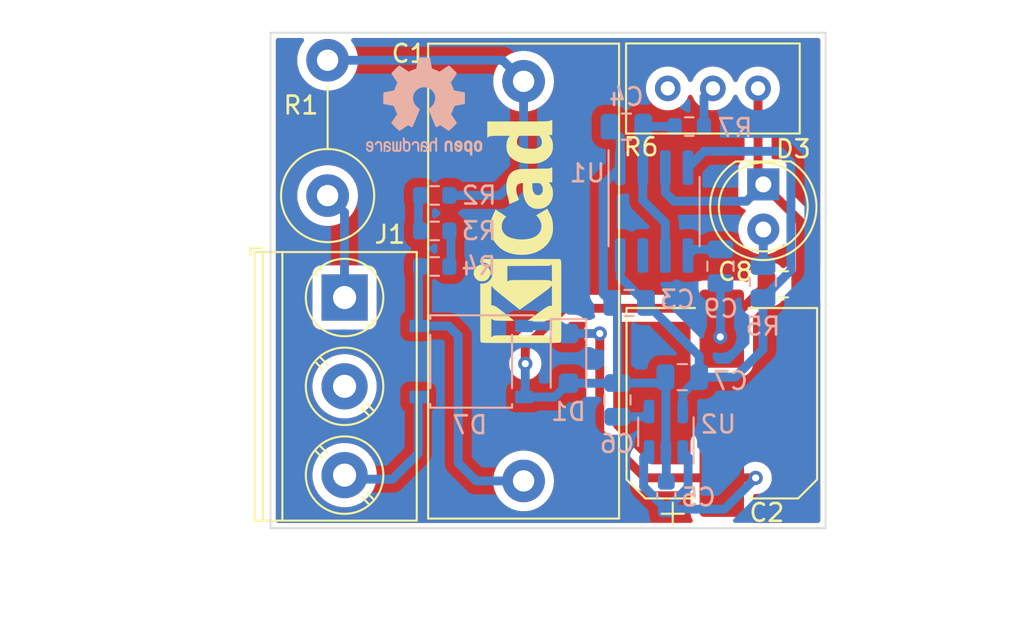
<source format=kicad_pcb>
(kicad_pcb (version 20240108) (generator "pcbnew") (generator_version "8.0")
  (title_block (title "AC IR emitter") (date "2023-10-16") (comment 4 "AISLER Project ID: JRNHJFBC"))
  (layers (0 "F.Cu" mixed) (31 "B.Cu" mixed) (34 "B.Paste" user) (35 "F.Paste" user) (36 "B.SilkS" user "B.Silkscreen") (37 "F.SilkS" user "F.Silkscreen") (38 "B.Mask" user) (39 "F.Mask" user) (44 "Edge.Cuts" user))
  (net 0 "")
  (net 1 "Net-(C1-Pad1)")
  (net 2 "GND")
  (net 3 "Net-(D3-A)")
  (net 4 "Net-(R2-Pad2)")
  (net 5 "Net-(R3-Pad2)")
  (net 6 "/N")
  (net 7 "/L")
  (net 9 "Net-(U1-THR)")
  (net 10 "Net-(D3-K)")
  (net 11 "+5VA")
  (net 12 "Net-(U1-CV)")
  (net 13 "+5V")
  (net 14 "Net-(U2-BP)")
  (net 15 "Net-(R6-Pad2)")
  (net 17 "Net-(C1-Pad2)")
  (footprint "TerminalBlock_Phoenix:TerminalBlock_Phoenix_PT-1,5-3-5.0-H_1x03_P5.00mm_Horizontal" (layer "F.Cu") (at 68.91 36.12 -90)
    (property "Reference" "J1" (at -3.55 -2.55 180) (layer "F.SilkS"))
    (property "Value" "1935174")
    (pad "1" thru_hole rect (at 0 0 270) (size 2.6 2.6) (drill 1.3) (layers "*.Cu" "*.Mask") (net 7 "/L"))
    (pad "2" thru_hole circle (at 5 0 270) (size 2.6 2.6) (drill 1.3) (layers "*.Cu" "*.Mask"))
    (pad "3" thru_hole circle (at 10 0 270) (size 2.6 2.6) (drill 1.3) (layers "*.Cu" "*.Mask") (net 6 "/N"))
  )
  (footprint "Resistor_THT:R_Axial_DIN0516_L15.5mm_D5.0mm_P7.62mm_Vertical" (layer "F.Cu") (at 67.95629 30.38129 90)
    (property "Reference" "R1" (at 5.085 -1.5 180) (layer "F.SilkS"))
    (property "Value" "100")
    (pad "1" thru_hole circle (at 0 0 90) (size 2.4 2.4) (drill 1.2) (layers "*.Cu" "*.Mask") (net 7 "/L"))
    (pad "2" thru_hole oval (at 7.62 0 90) (size 2.4 2.4) (drill 1.2) (layers "*.Cu" "*.Mask") (net 1 "Net-(C1-Pad1)"))
  )
  (footprint "Capacitor_THT:C_Rect_L26.5mm_W10.5mm_P22.50mm_MKS4" (layer "F.Cu") (at 78.98129 23.94629 -90)
    (property "Reference" "C1" (at -1.56 6.445 0) (layer "F.SilkS"))
    (property "Value" "1u")
    (pad "1" thru_hole circle (at 0 0 270) (size 2.4 2.4) (drill 1.2) (layers "*.Cu" "*.Mask") (net 1 "Net-(C1-Pad1)"))
    (pad "2" thru_hole circle (at 22.5 0 270) (size 2.4 2.4) (drill 1.2) (layers "*.Cu" "*.Mask") (net 17 "Net-(C1-Pad2)"))
  )
  (footprint "Symbol:KiCad-Logo_5mm_SilkScreen" (layer "F.Cu") (at 79.15629 32.39629 90)
    (property "Reference" "REF**" (hide yes))
    (property "Value" "KiCad-Logo_5mm_SilkScreen" (hide yes))
  )
  (footprint "Capacitor_SMD:C_0805_2012Metric" (layer "F.Cu") (at 93.59629 35.37629 180)
    (property "Reference" "C8" (at 2.71 0.71 0) (layer "F.SilkS"))
    (property "Value" "10nF")
    (pad "1" smd roundrect (at -0.95 0 180) (size 1 1.45) (layers "F.Cu" "F.Paste" "F.Mask") (net 10 "Net-(D3-K)"))
    (pad "2" smd roundrect (at 0.95 0 180) (size 1 1.45) (layers "F.Cu" "F.Paste" "F.Mask") (net 2 "GND"))
  )
  (footprint "Potentiometer_THT:Potentiometer_Bourns_3296W_Vertical" (layer "F.Cu") (at 92.17129 24.34629)
    (property "Reference" "R6" (at -6.585 3.3 0) (layer "F.SilkS"))
    (property "Value" "5k")
    (pad "1" thru_hole circle (at 0 0) (size 1.44 1.44) (drill 0.8) (layers "*.Cu" "*.Mask") (net 10 "Net-(D3-K)"))
    (pad "2" thru_hole circle (at -2.54 0) (size 1.44 1.44) (drill 0.8) (layers "*.Cu" "*.Mask") (net 15 "Net-(R6-Pad2)"))
    (pad "3" thru_hole circle (at -5.08 0) (size 1.44 1.44) (drill 0.8) (layers "*.Cu" "*.Mask"))
  )
  (footprint "Capacitor_SMD:CP_Elec_10x12.5" (layer "F.Cu") (at 90.13129 42.07129 90)
    (property "Reference" "C2" (at -6.165 2.535 0) (layer "F.SilkS"))
    (property "Value" "68u")
    (pad "1" smd roundrect (at -4.2 0 90) (size 4.4 2.5) (layers "F.Cu" "F.Paste" "F.Mask") (roundrect_rratio 0.1) (net 11 "+5VA"))
    (pad "2" smd roundrect (at 4.2 0 90) (size 4.4 2.5) (layers "F.Cu" "F.Paste" "F.Mask") (roundrect_rratio 0.1) (net 2 "GND"))
  )
  (footprint "LED_THT:LED_D5.0mm" (layer "F.Cu") (at 92.46629 29.75129 -90)
    (property "Reference" "D3" (at -1.995 -1.69 0) (layer "F.SilkS"))
    (property "Value" "IR 5mm 65mA")
    (pad "1" thru_hole rect (at 0 0 270) (size 1.8 1.8) (drill 0.9) (layers "*.Cu" "*.Mask") (net 10 "Net-(D3-K)"))
    (pad "2" thru_hole circle (at 2.54 0 270) (size 1.8 1.8) (drill 0.9) (layers "*.Cu" "*.Mask") (net 3 "Net-(D3-A)"))
  )
  (footprint "Capacitor_SMD:C_0603_1608Metric" (layer "B.Cu") (at 87.01 47.263471 90)
    (property "Reference" "C5" (at -0.102819 1.80629 180) (layer "B.SilkS") (effects (justify mirror)))
    (property "Value" "1u")
    (pad "1" smd roundrect (at -0.775 0 90) (size 0.9 0.95) (layers "B.Cu" "B.Paste" "B.Mask") (net 11 "+5VA"))
    (pad "2" smd roundrect (at 0.775 0 90) (size 0.9 0.95) (layers "B.Cu" "B.Paste" "B.Mask") (net 2 "GND"))
  )
  (footprint "Resistor_SMD:R_0603_1608Metric" (layer "B.Cu") (at 73.98129 30.37129 180)
    (property "Reference" "R2" (at -2.5 0 0) (layer "B.SilkS") (effects (justify mirror)))
    (property "Value" "470k")
    (pad "1" smd roundrect (at -0.825 0 180) (size 0.8 0.95) (layers "B.Cu" "B.Paste" "B.Mask") (net 1 "Net-(C1-Pad1)"))
    (pad "2" smd roundrect (at 0.825 0 180) (size 0.8 0.95) (layers "B.Cu" "B.Paste" "B.Mask") (net 4 "Net-(R2-Pad2)"))
  )
  (footprint "Capacitor_SMD:C_0805_2012Metric" (layer "B.Cu") (at 84.26 41.883471 90)
    (property "Reference" "C6" (at -2.47 -0.02 0) (layer "B.SilkS") (effects (justify mirror)))
    (property "Value" "10nF")
    (pad "1" smd roundrect (at -0.95 0 90) (size 1 1.45) (layers "B.Cu" "B.Paste" "B.Mask") (net 14 "Net-(U2-BP)"))
    (pad "2" smd roundrect (at 0.95 0 90) (size 1 1.45) (layers "B.Cu" "B.Paste" "B.Mask") (net 2 "GND"))
  )
  (footprint "Package_SO:SOIC-8_3.9x4.9mm_P1.27mm" (layer "B.Cu") (at 86.32129 31.28129 -90)
    (property "Reference" "U1" (at -2.165 3.755 180) (layer "B.SilkS") (effects (justify mirror)))
    (property "Value" "TLC555xD")
    (pad "1" smd roundrect (at -2.475 1.905 270) (size 1.95 0.6) (layers "B.Cu" "B.Paste" "B.Mask") (net 2 "GND"))
    (pad "2" smd roundrect (at -2.475 0.635 270) (size 1.95 0.6) (layers "B.Cu" "B.Paste" "B.Mask") (net 9 "Net-(U1-THR)"))
    (pad "3" smd roundrect (at -2.475 -0.635 270) (size 1.95 0.6) (layers "B.Cu" "B.Paste" "B.Mask") (net 10 "Net-(D3-K)"))
    (pad "4" smd roundrect (at -2.475 -1.905 270) (size 1.95 0.6) (layers "B.Cu" "B.Paste" "B.Mask") (net 13 "+5V"))
    (pad "5" smd roundrect (at 2.475 -1.905 270) (size 1.95 0.6) (layers "B.Cu" "B.Paste" "B.Mask") (net 12 "Net-(U1-CV)"))
    (pad "6" smd roundrect (at 2.475 -0.635 270) (size 1.95 0.6) (layers "B.Cu" "B.Paste" "B.Mask") (net 9 "Net-(U1-THR)"))
    (pad "7" smd roundrect (at 2.475 0.635 270) (size 1.95 0.6) (layers "B.Cu" "B.Paste" "B.Mask"))
    (pad "8" smd roundrect (at 2.475 1.905 270) (size 1.95 0.6) (layers "B.Cu" "B.Paste" "B.Mask") (net 13 "+5V"))
  )
  (footprint "Resistor_SMD:R_0603_1608Metric" (layer "B.Cu") (at 88.302558 26.49491 180)
    (property "Reference" "R7" (at -2.573732 -0.07138 0) (layer "B.SilkS") (effects (justify mirror)))
    (property "Value" "15k")
    (pad "1" smd roundrect (at -0.825 0 180) (size 0.8 0.95) (layers "B.Cu" "B.Paste" "B.Mask") (net 15 "Net-(R6-Pad2)"))
    (pad "2" smd roundrect (at 0.825 0 180) (size 0.8 0.95) (layers "B.Cu" "B.Paste" "B.Mask") (net 9 "Net-(U1-THR)"))
  )
  (footprint "Resistor_SMD:R_0603_1608Metric" (layer "B.Cu") (at 73.98129 34.37129 180)
    (property "Reference" "R4" (at -2.475 0.025 0) (layer "B.SilkS") (effects (justify mirror)))
    (property "Value" "470k")
    (pad "1" smd roundrect (at -0.825 0 180) (size 0.8 0.95) (layers "B.Cu" "B.Paste" "B.Mask") (net 5 "Net-(R3-Pad2)"))
    (pad "2" smd roundrect (at 0.825 0 180) (size 0.8 0.95) (layers "B.Cu" "B.Paste" "B.Mask") (net 17 "Net-(C1-Pad2)"))
  )
  (footprint "Package_TO_SOT_SMD:SOT-23-5" (layer "B.Cu") (at 86.98629 43.67629 90)
    (property "Reference" "U2" (at 0.42033 2.95 0) (layer "B.SilkS") (effects (justify mirror)))
    (property "Value" "LP2985-5.0")
    (pad "1" smd roundrect (at -1.1375 0.95 90) (size 1.325 0.6) (layers "B.Cu" "B.Paste" "B.Mask") (net 11 "+5VA"))
    (pad "2" smd roundrect (at -1.1375 0 90) (size 1.325 0.6) (layers "B.Cu" "B.Paste" "B.Mask") (net 2 "GND"))
    (pad "3" smd roundrect (at -1.1375 -0.95 90) (size 1.325 0.6) (layers "B.Cu" "B.Paste" "B.Mask") (net 11 "+5VA"))
    (pad "4" smd roundrect (at 1.1375 -0.95 90) (size 1.325 0.6) (layers "B.Cu" "B.Paste" "B.Mask") (net 14 "Net-(U2-BP)"))
    (pad "5" smd roundrect (at 1.1375 0.95 90) (size 1.325 0.6) (layers "B.Cu" "B.Paste" "B.Mask") (net 13 "+5V"))
  )
  (footprint "Diode_SMD:Diode_Bridge_Diotec_ABS" (layer "B.Cu") (at 76.03129 39.72129 180)
    (property "Reference" "D7" (at 0.075 -3.575 0) (layer "B.SilkS") (effects (justify mirror)))
    (property "Value" "ABS6")
    (pad "1" smd rect (at -2.975 2 180) (size 1 0.7) (layers "B.Cu" "B.Paste" "B.Mask") (net 11 "+5VA"))
    (pad "2" smd rect (at -2.975 -2 180) (size 1 0.7) (layers "B.Cu" "B.Paste" "B.Mask") (net 2 "GND"))
    (pad "3" smd rect (at 2.975 -2 180) (size 1 0.7) (layers "B.Cu" "B.Paste" "B.Mask") (net 6 "/N"))
    (pad "4" smd rect (at 2.975 2 180) (size 1 0.7) (layers "B.Cu" "B.Paste" "B.Mask") (net 17 "Net-(C1-Pad2)"))
  )
  (footprint "Capacitor_SMD:C_0805_2012Metric" (layer "B.Cu") (at 87.91 40.603471 180)
    (property "Reference" "C7" (at -2.710662 -0.211706 0) (layer "B.SilkS") (effects (justify mirror)))
    (property "Value" "2.2uF")
    (pad "1" smd roundrect (at -0.95 0 180) (size 1 1.45) (layers "B.Cu" "B.Paste" "B.Mask") (net 13 "+5V"))
    (pad "2" smd roundrect (at 0.95 0 180) (size 1 1.45) (layers "B.Cu" "B.Paste" "B.Mask") (net 2 "GND"))
  )
  (footprint "Resistor_SMD:R_0805_2012Metric" (layer "B.Cu") (at 92.44629 35.24629 90)
    (property "Reference" "R5" (at -2.5 0 0) (layer "B.SilkS") (effects (justify mirror)))
    (property "Value" "60")
    (pad "1" smd roundrect (at -0.9125 0 90) (size 1.025 1.4) (layers "B.Cu" "B.Paste" "B.Mask") (roundrect_rratio 0.243902439) (net 13 "+5V"))
    (pad "2" smd roundrect (at 0.9125 0 90) (size 1.025 1.4) (layers "B.Cu" "B.Paste" "B.Mask") (roundrect_rratio 0.243902439) (net 3 "Net-(D3-A)"))
  )
  (footprint "Symbol:OSHW-Logo2_7.3x6mm_SilkScreen" (layer "B.Cu") (at 73.38629 25.36629 180)
    (property "Reference" "REF**" (hide yes))
    (property "Value" "OSHW-Logo2_7.3x6mm_SilkScreen" (hide yes))
  )
  (footprint "Diode_SMD:D_SOD-123F" (layer "B.Cu") (at 81.50629 39.54629 -90)
    (property "Reference" "D1" (at 3 0 180) (layer "B.SilkS") (effects (justify mirror)))
    (property "Value" "MM1Z4734A")
    (pad "1" smd roundrect (at -1.4 0 270) (size 1.1 1.1) (layers "B.Cu" "B.Paste" "B.Mask") (roundrect_rratio 0.2272727273) (net 11 "+5VA"))
    (pad "2" smd roundrect (at 1.4 0 270) (size 1.1 1.1) (layers "B.Cu" "B.Paste" "B.Mask") (roundrect_rratio 0.2272727273) (net 2 "GND"))
  )
  (footprint "Capacitor_SMD:C_0805_2012Metric" (layer "B.Cu") (at 90.05629 34.35629 -90)
    (property "Reference" "C9" (at 2.39 -0.02 180) (layer "B.SilkS") (effects (justify mirror)))
    (property "Value" "100nF")
    (pad "1" smd roundrect (at -0.95 0 270) (size 1 1.45) (layers "B.Cu" "B.Paste" "B.Mask") (net 12 "Net-(U1-CV)"))
    (pad "2" smd roundrect (at 0.95 0 270) (size 1 1.45) (layers "B.Cu" "B.Paste" "B.Mask") (net 2 "GND"))
  )
  (footprint "Capacitor_SMD:C_0805_2012Metric" (layer "B.Cu") (at 84.761313 26.499882 180)
    (property "Reference" "C4" (at 0 1.68 0) (layer "B.SilkS") (effects (justify mirror)))
    (property "Value" "1nF")
    (pad "1" smd roundrect (at -0.95 0 180) (size 1 1.45) (layers "B.Cu" "B.Paste" "B.Mask") (net 9 "Net-(U1-THR)"))
    (pad "2" smd roundrect (at 0.95 0 180) (size 1 1.45) (layers "B.Cu" "B.Paste" "B.Mask") (net 2 "GND"))
  )
  (footprint "Capacitor_SMD:C_0805_2012Metric" (layer "B.Cu") (at 84.91629 36.42629 180)
    (property "Reference" "C3" (at -2.71129 0.202548 0) (layer "B.SilkS") (effects (justify mirror)))
    (property "Value" "10nF")
    (pad "1" smd roundrect (at -0.95 0 180) (size 1 1.45) (layers "B.Cu" "B.Paste" "B.Mask") (net 13 "+5V"))
    (pad "2" smd roundrect (at 0.95 0 180) (size 1 1.45) (layers "B.Cu" "B.Paste" "B.Mask") (net 2 "GND"))
  )
  (footprint "Resistor_SMD:R_0603_1608Metric" (layer "B.Cu") (at 73.98129 32.37129)
    (property "Reference" "R3" (at 2.5 0 180) (layer "B.SilkS") (effects (justify mirror)))
    (property "Value" "470k")
    (pad "1" smd roundrect (at -0.825 0) (size 0.8 0.95) (layers "B.Cu" "B.Paste" "B.Mask") (net 4 "Net-(R2-Pad2)"))
    (pad "2" smd roundrect (at 0.825 0) (size 0.8 0.95) (layers "B.Cu" "B.Paste" "B.Mask") (net 5 "Net-(R3-Pad2)"))
  )
  (gr_rect (start 64.74379 21.20879) (end 95.96879 49.10879) (stroke (width 0.1)) (fill none) (layer "Edge.Cuts"))
  (segment (start 77.79629 22.76129) (end 78.98129 23.94629) (width 0.5) (layer "B.Cu") (net 1))
  (segment (start 74.89379 30.37129) (end 77.63129 30.37129) (width 0.5) (layer "B.Cu") (net 1))
  (segment (start 67.95629 22.76129) (end 77.79629 22.76129) (width 0.5) (layer "B.Cu") (net 1))
  (segment (start 78.98129 29.02129) (end 78.98129 23.94629) (width 0.5) (layer "B.Cu") (net 1))
  (segment (start 77.63129 30.37129) (end 78.98129 29.02129) (width 0.5) (layer "B.Cu") (net 1))
  (segment (start 89.92629 36.72629) (end 81.27629 36.72629) (width 0.5) (layer "F.Cu") (net 2))
  (segment (start 90.13129 37.87129) (end 90.15129 37.87129) (width 0.5) (layer "F.Cu") (net 2))
  (segment (start 90.13129 36.93129) (end 89.92629 36.72629) (width 0.5) (layer "F.Cu") (net 2))
  (segment (start 90.04629 38.33629) (end 90.04629 37.95629) (width 0.5) (layer "F.Cu") (net 2))
  (segment (start 81.27629 36.72629) (end 80.11629 37.88629) (width 0.5) (layer "F.Cu") (net 2))
  (segment (start 79.07629 38.92629) (end 79.07629 39.84629) (width 0.5) (layer "F.Cu") (net 2))
  (segment (start 90.13129 37.87129) (end 90.13129 36.93129) (width 0.5) (layer "F.Cu") (net 2))
  (segment (start 80.11629 37.88629) (end 79.07629 38.92629) (width 0.5) (layer "F.Cu") (net 2))
  (segment (start 90.04629 37.95629) (end 90.13129 37.87129) (width 0.5) (layer "F.Cu") (net 2))
  (segment (start 90.15129 37.87129) (end 92.64629 35.37629) (width 0.5) (layer "F.Cu") (net 2))
  (via (at 79.07629 39.84629) (size 0.8) (drill 0.4) (layers "F.Cu" "B.Cu") (net 2))
  (via (at 90.04629 38.33629) (size 0.8) (drill 0.4) (layers "F.Cu" "B.Cu") (net 2))
  (segment (start 86.98629 44.81379) (end 86.98629 40.629761) (width 0.5) (layer "B.Cu") (net 2))
  (segment (start 84.41629 28.80629) (end 84.41629 27.104859) (width 0.5) (layer "B.Cu") (net 2))
  (segment (start 86.98629 40.629761) (end 86.96 40.603471) (width 0.5) (layer "B.Cu") (net 2))
  (segment (start 86.63 40.933471) (end 86.96 40.603471) (width 0.5) (layer "B.Cu") (net 2))
  (segment (start 84.41629 28.80629) (end 84.41629 29.49629) (width 0.5) (layer "B.Cu") (net 2))
  (segment (start 84.41629 28.80629) (end 83.466352 29.756228) (width 0.5) (layer "B.Cu") (net 2))
  (segment (start 83.466352 29.756228) (end 83.466352 35.926352) (width 0.5) (layer "B.Cu") (net 2))
  (segment (start 83.466352 35.926352) (end 83.96629 36.42629) (width 0.5) (layer "B.Cu") (net 2))
  (segment (start 90.05629 35.30629) (end 90.05629 38.32629) (width 0.5) (layer "B.Cu") (net 2))
  (segment (start 87.01 46.488471) (end 87.01 44.8375) (width 0.5) (layer "B.Cu") (net 2))
  (segment (start 84.26 40.933471) (end 86.63 40.933471) (width 0.5) (layer "B.Cu") (net 2))
  (segment (start 84.247181 40.94629) (end 84.26 40.933471) (width 0.5) (layer "B.Cu") (net 2))
  (segment (start 87.01 44.8375) (end 86.98629 44.81379) (width 0.5) (layer "B.Cu") (net 2))
  (segment (start 90.05629 38.32629) (end 90.04629 38.33629) (width 0.5) (layer "B.Cu") (net 2))
  (segment (start 79.07629 41.65129) (end 79.00629 41.72129) (width 0.5) (layer "B.Cu") (net 2))
  (segment (start 80.73129 41.72129) (end 81.50629 40.94629) (width 0.5) (layer "B.Cu") (net 2))
  (segment (start 79.00629 41.72129) (end 80.73129 41.72129) (width 0.5) (layer "B.Cu") (net 2))
  (segment (start 84.26 36.72) (end 84.26 40.933471) (width 0.5) (layer "B.Cu") (net 2))
  (segment (start 81.50629 40.94629) (end 84.247181 40.94629) (width 0.5) (layer "B.Cu") (net 2))
  (segment (start 83.96629 36.42629) (end 84.26 36.72) (width 0.5) (layer "B.Cu") (net 2))
  (segment (start 79.07629 39.84629) (end 79.07629 41.65129) (width 0.5) (layer "B.Cu") (net 2))
  (segment (start 84.41629 27.104859) (end 83.811313 26.499882) (width 0.5) (layer "B.Cu") (net 2))
  (segment (start 92.46629 34.31379) (end 92.44629 34.33379) (width 0.5) (layer "B.Cu") (net 3))
  (segment (start 92.46629 32.29129) (end 92.46629 34.31379) (width 0.5) (layer "B.Cu") (net 3))
  (segment (start 73.06879 32.37129) (end 73.06879 30.37129) (width 0.5) (layer "B.Cu") (net 4))
  (segment (start 74.89379 34.37129) (end 74.89379 32.37129) (width 0.5) (layer "B.Cu") (net 5))
  (segment (start 73.05629 41.72129) (end 73.05629 44.89629) (width 0.5) (layer "B.Cu") (net 6))
  (segment (start 73.05629 44.89629) (end 71.60629 46.34629) (width 0.5) (layer "B.Cu") (net 6))
  (segment (start 71.60629 46.34629) (end 68.90629 46.34629) (width 0.5) (layer "B.Cu") (net 6))
  (segment (start 68.90629 31.33129) (end 67.95629 30.38129) (width 0.5) (layer "B.Cu") (net 7))
  (segment (start 68.90629 36.34629) (end 68.90629 31.33129) (width 0.5) (layer "B.Cu") (net 7))
  (segment (start 85.68629 26.524905) (end 85.711313 26.499882) (width 0.5) (layer "B.Cu") (net 9))
  (segment (start 85.68629 30.64629) (end 85.68629 28.80629) (width 0.5) (layer "B.Cu") (net 9))
  (segment (start 85.716285 26.49491) (end 85.711313 26.499882) (width 0.5) (layer "B.Cu") (net 9))
  (segment (start 86.95629 31.91629) (end 85.68629 30.64629) (width 0.5) (layer "B.Cu") (net 9))
  (segment (start 85.68629 28.80629) (end 85.68629 26.524905) (width 0.5) (layer "B.Cu") (net 9))
  (segment (start 86.95629 33.75629) (end 86.95629 31.91629) (width 0.5) (layer "B.Cu") (net 9))
  (segment (start 87.477558 26.49491) (end 85.716285 26.49491) (width 0.5) (layer "B.Cu") (net 9))
  (segment (start 92.17129 29.45629) (end 92.46629 29.75129) (width 0.5) (layer "F.Cu") (net 10))
  (segment (start 92.17129 24.34629) (end 92.17129 29.45629) (width 0.5) (layer "F.Cu") (net 10))
  (segment (start 94.54629 35.37629) (end 94.54629 31.83129) (width 0.5) (layer "F.Cu") (net 10))
  (segment (start 94.54629 31.83129) (end 92.46629 29.75129) (width 0.5) (layer "F.Cu") (net 10))
  (segment (start 86.95629 28.80629) (end 86.95629 30.21629) (width 0.5) (layer "B.Cu") (net 10))
  (segment (start 86.95629 30.21629) (end 87.43629 30.69629) (width 0.5) (layer "B.Cu") (net 10))
  (segment (start 87.43629 30.69629) (end 91.52129 30.69629) (width 0.5) (layer "B.Cu") (net 10))
  (segment (start 91.52129 30.69629) (end 92.46629 29.75129) (width 0.5) (layer "B.Cu") (net 10))
  (segment (start 85.81129 46.27129) (end 90.13129 46.27129) (width 0.5) (layer "F.Cu") (net 11))
  (segment (start 90.13129 46.27129) (end 92.03129 46.27129) (width 0.5) (layer "F.Cu") (net 11))
  (segment (start 83.26629 38.14629) (end 83.26629 43.72629) (width 0.5) (layer "F.Cu") (net 11))
  (segment (start 83.26629 43.72629) (end 85.81129 46.27129) (width 0.5) (layer "F.Cu") (net 11))
  (segment (start 92.03129 46.27129) (end 92.03629 46.27629) (width 0.5) (layer "F.Cu") (net 11))
  (via (at 83.26629 38.14629) (size 0.8) (drill 0.4) (layers "F.Cu" "B.Cu") (net 11))
  (via (at 92.03629 46.27629) (size 0.8) (drill 0.4) (layers "F.Cu" "B.Cu") (net 11))
  (segment (start 87.01 48.038471) (end 90.274109 48.038471) (width 0.5) (layer "B.Cu") (net 11))
  (segment (start 86.03629 44.81379) (end 85.736291 45.113789) (width 0.5) (layer "B.Cu") (net 11))
  (segment (start 81.08129 37.72129) (end 81.50629 38.14629) (width 0.5) (layer "B.Cu") (net 11))
  (segment (start 90.274109 48.038471) (end 92.03629 46.27629) (width 0.5) (layer "B.Cu") (net 11))
  (segment (start 81.50629 38.14629) (end 83.26629 38.14629) (width 0.5) (layer "B.Cu") (net 11))
  (segment (start 85.736291 45.113789) (end 85.736291 46.764762) (width 0.5) (layer "B.Cu") (net 11))
  (segment (start 88.23629 46.812181) (end 87.01 48.038471) (width 0.5) (layer "B.Cu") (net 11))
  (segment (start 87.93629 44.81379) (end 88.23629 45.11379) (width 0.5) (layer "B.Cu") (net 11))
  (segment (start 85.736291 46.764762) (end 87.01 48.038471) (width 0.5) (layer "B.Cu") (net 11))
  (segment (start 88.23629 45.11379) (end 88.23629 46.812181) (width 0.5) (layer "B.Cu") (net 11))
  (segment (start 79.00629 37.72129) (end 81.08129 37.72129) (width 0.5) (layer "B.Cu") (net 11))
  (segment (start 88.57629 33.40629) (end 88.22629 33.75629) (width 0.5) (layer "B.Cu") (net 12))
  (segment (start 90.05629 33.40629) (end 88.57629 33.40629) (width 0.5) (layer "B.Cu") (net 12))
  (segment (start 88.25629 33.78629) (end 88.22629 33.75629) (width 0.5) (layer "B.Cu") (net 12))
  (segment (start 84.41629 34.97629) (end 84.41629 33.75629) (width 0.5) (layer "B.Cu") (net 13))
  (segment (start 89.14629 27.88629) (end 93.40129 27.88629) (width 0.5) (layer "B.Cu") (net 13))
  (segment (start 87.93629 42.53879) (end 87.93629 41.527181) (width 0.5) (layer "B.Cu") (net 13))
  (segment (start 88.86 39.42) (end 85.86629 36.42629) (width 0.5) (layer "B.Cu") (net 13))
  (segment (start 88.22629 28.80629) (end 88.22629 29.349919) (width 0.5) (layer "B.Cu") (net 13))
  (segment (start 94.02 28.505) (end 94.02 34.58508) (width 0.5) (layer "B.Cu") (net 13))
  (segment (start 90.879109 40.603471) (end 88.86 40.603471) (width 0.5) (layer "B.Cu") (net 13))
  (segment (start 92.44629 39.03629) (end 90.879109 40.603471) (width 0.5) (layer "B.Cu") (net 13))
  (segment (start 92.44629 36.15879) (end 92.44629 39.03629) (width 0.5) (layer "B.Cu") (net 13))
  (segment (start 88.22629 28.80629) (end 89.14629 27.88629) (width 0.5) (layer "B.Cu") (net 13))
  (segment (start 93.40129 27.88629) (end 94.02 28.505) (width 0.5) (layer "B.Cu") (net 13))
  (segment (start 94.02 34.58508) (end 92.44629 36.15879) (width 0.5) (layer "B.Cu") (net 13))
  (segment (start 85.86629 36.42629) (end 84.41629 34.97629) (width 0.5) (layer "B.Cu") (net 13))
  (segment (start 88.86 40.603471) (end 88.86 39.42) (width 0.5) (layer "B.Cu") (net 13))
  (segment (start 87.93629 41.527181) (end 88.86 40.603471) (width 0.5) (layer "B.Cu") (net 13))
  (segment (start 84.26 42.833471) (end 85.741609 42.833471) (width 0.5) (layer "B.Cu") (net 14))
  (segment (start 85.741609 42.833471) (end 86.03629 42.53879) (width 0.5) (layer "B.Cu") (net 14))
  (segment (start 89.127558 24.850022) (end 89.63129 24.34629) (width 0.5) (layer "B.Cu") (net 15))
  (segment (start 89.127558 26.49491) (end 89.127558 24.850022) (width 0.5) (layer "B.Cu") (net 15))
  (segment (start 75.30629 38.27129) (end 75.30629 45.43629) (width 0.5) (layer "B.Cu") (net 17))
  (segment (start 73.05629 37.72129) (end 74.75629 37.72129) (width 0.5) (layer "B.Cu") (net 17))
  (segment (start 76.31629 46.44629) (end 78.98129 46.44629) (width 0.5) (layer "B.Cu") (net 17))
  (segment (start 73.06879 34.37129) (end 73.06879 37.70879) (width 0.5) (layer "B.Cu") (net 17))
  (segment (start 73.06879 37.70879) (end 73.05629 37.72129) (width 0.5) (layer "B.Cu") (net 17))
  (segment (start 75.30629 45.43629) (end 76.31629 46.44629) (width 0.5) (layer "B.Cu") (net 17))
  (segment (start 74.75629 37.72129) (end 75.30629 38.27129) (width 0.5) (layer "B.Cu") (net 17))
  (zone (net 0) (net_name "") (layers "F&B.Cu") (name "Filler") (priority 2) (connect_pads (clearance 0.508)) (min_thickness 0.254) (fill yes (thermal_gap 0.508) (thermal_bridge_width 0.508) (island_removal_mode 1) (island_area_min 10))
    (polygon (pts (xy 97.555836 49.973366) (xy 63.84379 49.90879) (xy 63.94379 19.36879) (xy 97.555836 19.433366)))
  )
)
</source>
